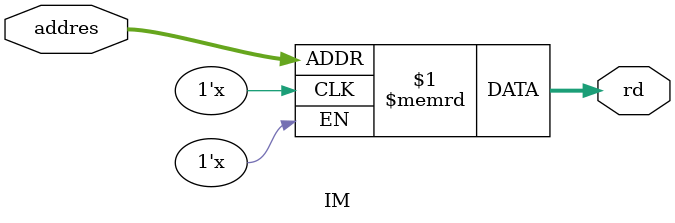
<source format=v>
/*module contador (
   input wire clk,
   input reg[15:0] pcNext,
   output reg[15:0] pc
);*/
module IM(
    //input wire clk,
    input [4:0] addres,
    output [31:0] rd
);
//hay que hardcodear todas las innstrucciones xddddddd

parameter ROM_WIDTH = 32;
parameter ROM_ADDR_BITS = 5;
(* ROM_STYLE="{AUTO |DISTRIBUTED |BLOCK}" *)
reg [ROM_WIDTH-1:0] ROM [(2**ROM_ADDR_BITS)-1:0];

initial begin
    // LAS INSTRUCCIONES:
    //ROM[0] = 32'h00300413;
    //ROM[1] = 32'h00100493;
    //...
end

assign rd = ROM[addres];

endmodule
//Banco de registros
//Con a1 defino el operando 1
//imm[11:0]|rs1|funct3|rd(registro destino)|opcode
//funct7|rs2|rs1|funct3|rd|opcode
//rs2 es a2, rs1 es a1, rd es a3
//A la alu le tengo que agregar una senial
//de control que me permita ver que operacion
//realiza. Entre estas tiene que estar set less than
//suma, resta por complemento a 2, and y or
////////
//Voy a construir un procesador monociclo, es 
//directamente un circuito combinacional
//en las diapositivas para hacer el datapath
//deja las memorias por un lado y la parte logica 
//por otro
</source>
